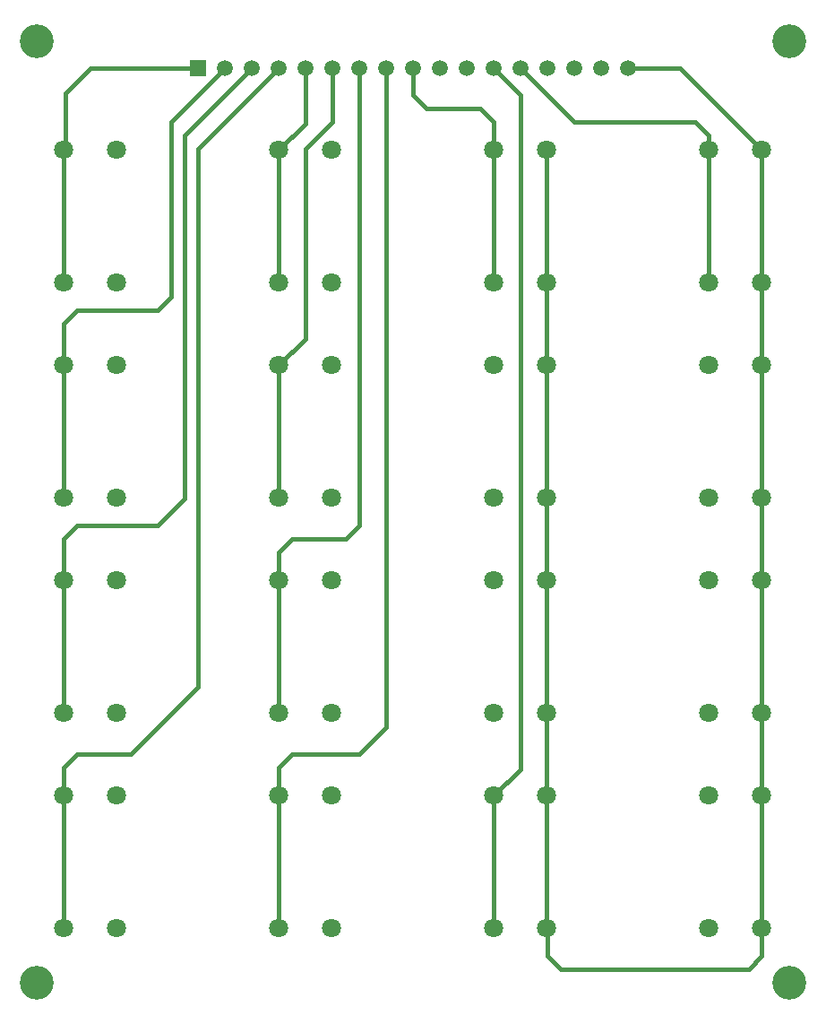
<source format=gbr>
%TF.GenerationSoftware,Altium Limited,Altium Designer,20.1.8 (145)*%
G04 Layer_Physical_Order=1*
G04 Layer_Color=255*
%FSLAX43Y43*%
%MOMM*%
%TF.SameCoordinates,AF84363C-28A1-45D9-8252-6D2C0F04BFE8*%
%TF.FilePolarity,Positive*%
%TF.FileFunction,Copper,L1,Top,Signal*%
%TF.Part,Single*%
G01*
G75*
%TA.AperFunction,Conductor*%
%ADD10C,0.457*%
%TA.AperFunction,ComponentPad*%
%ADD11C,1.500*%
%ADD12R,1.500X1.500*%
%ADD13C,1.800*%
%ADD14C,3.200*%
D10*
X31710Y8990D02*
X31750Y8950D01*
X52030Y69950D02*
Y82450D01*
Y62130D02*
Y69950D01*
Y49630D02*
Y62130D01*
Y41810D02*
Y49630D01*
Y29310D02*
Y41810D01*
Y21490D02*
Y29310D01*
Y8990D02*
Y21490D01*
Y8990D02*
X52070Y8950D01*
Y6350D02*
Y8950D01*
Y6350D02*
X53340Y5080D01*
X71120D01*
X72350Y6310D02*
Y8990D01*
X71120Y5080D02*
X72350Y6310D01*
X67350Y69950D02*
Y82450D01*
X47030Y8990D02*
Y21490D01*
Y69950D02*
Y82450D01*
X72350Y8990D02*
Y21490D01*
Y29310D01*
Y41810D01*
Y49630D01*
Y62130D01*
Y69950D01*
Y82450D01*
X59670Y90170D02*
X64630D01*
X72350Y82450D01*
X67310Y82490D02*
X67350Y82450D01*
X67310Y82490D02*
Y83820D01*
X66040Y85090D02*
X67310Y83820D01*
X49510Y90170D02*
X54590Y85090D01*
X66040D01*
X47030Y21490D02*
X49530Y23990D01*
X46970Y90170D02*
X49530Y87610D01*
Y23990D02*
Y87610D01*
X46990Y82490D02*
X47030Y82450D01*
X46990Y82490D02*
Y85090D01*
X40640Y86360D02*
X45720D01*
X46990Y85090D01*
X39370Y87630D02*
X40640Y86360D01*
X39370Y87630D02*
Y90150D01*
X39350Y90170D02*
X39370Y90150D01*
X26710Y8990D02*
Y21490D01*
Y29310D02*
Y41810D01*
Y49630D02*
Y62130D01*
Y69950D02*
Y82450D01*
X6390Y8990D02*
Y21490D01*
Y29310D02*
Y41810D01*
X6350Y62424D02*
X6517Y62257D01*
X6390Y49630D02*
Y62130D01*
Y69950D02*
Y82450D01*
X39350Y90150D02*
Y90170D01*
X26670Y21530D02*
X26710Y21490D01*
X26670Y21530D02*
Y24130D01*
X27940Y25400D01*
X34290D01*
X36810Y27920D02*
Y90170D01*
X34290Y25400D02*
X36810Y27920D01*
X26670Y41850D02*
X26710Y41810D01*
X26670Y41850D02*
Y44450D01*
X27940Y45720D01*
X33020D01*
X34290Y46990D01*
Y90150D01*
X34270Y90170D02*
X34290Y90150D01*
X26710Y62130D02*
X29210Y64630D01*
Y82550D01*
X31730Y85070D02*
Y90170D01*
X29210Y82550D02*
X31730Y85070D01*
X29190Y84930D02*
Y90170D01*
X26710Y82450D02*
X29190Y84930D01*
X6350Y21530D02*
X6390Y21490D01*
X6350Y21530D02*
Y24130D01*
X7620Y25400D01*
X12700D01*
X19050Y31750D01*
Y82570D02*
X26650Y90170D01*
X19050Y31750D02*
Y82570D01*
X6350Y41850D02*
Y45720D01*
Y41850D02*
X6390Y41810D01*
X6350Y45720D02*
X7620Y46990D01*
X15240D01*
X17780Y49530D01*
Y83820D02*
X24130Y90170D01*
X17780Y49530D02*
Y83820D01*
X6350Y62424D02*
Y66040D01*
X7620Y67310D01*
X15240D01*
X16510Y68580D02*
Y85090D01*
X15240Y67310D02*
X16510Y68580D01*
Y85090D02*
X21590Y90170D01*
X6517Y87797D02*
X8890Y90170D01*
X6517Y82577D02*
Y87797D01*
X8890Y90170D02*
X19050D01*
D11*
X59670D02*
D03*
X54590D02*
D03*
X57130D02*
D03*
X46970D02*
D03*
X49510D02*
D03*
X52050D02*
D03*
X39350D02*
D03*
X41890D02*
D03*
X44430D02*
D03*
X31730D02*
D03*
X34270D02*
D03*
X36810D02*
D03*
X24110D02*
D03*
X21570D02*
D03*
X26650D02*
D03*
X29190D02*
D03*
D12*
X19030D02*
D03*
D13*
X31710Y82450D02*
D03*
Y69950D02*
D03*
X26710Y82450D02*
D03*
Y69950D02*
D03*
X67350Y8990D02*
D03*
Y21490D02*
D03*
X72350Y8990D02*
D03*
Y21490D02*
D03*
X67350Y29310D02*
D03*
Y41810D02*
D03*
X72350Y29310D02*
D03*
Y41810D02*
D03*
X67350Y49630D02*
D03*
Y62130D02*
D03*
X72350Y49630D02*
D03*
Y62130D02*
D03*
X67350Y69950D02*
D03*
Y82450D02*
D03*
X72350Y69950D02*
D03*
Y82450D02*
D03*
X47030Y8990D02*
D03*
Y21490D02*
D03*
X52030Y8990D02*
D03*
Y21490D02*
D03*
X47030Y29310D02*
D03*
Y41810D02*
D03*
X52030Y29310D02*
D03*
Y41810D02*
D03*
X47030Y49630D02*
D03*
Y62130D02*
D03*
X52030Y49630D02*
D03*
Y62130D02*
D03*
X47030Y69950D02*
D03*
Y82450D02*
D03*
X52030Y69950D02*
D03*
Y82450D02*
D03*
X26710Y8990D02*
D03*
Y21490D02*
D03*
X31710Y8990D02*
D03*
Y21490D02*
D03*
X26710Y29310D02*
D03*
Y41810D02*
D03*
X31710Y29310D02*
D03*
Y41810D02*
D03*
X26710Y49630D02*
D03*
Y62130D02*
D03*
X31710Y49630D02*
D03*
Y62130D02*
D03*
X6390Y8990D02*
D03*
Y21490D02*
D03*
X11390Y8990D02*
D03*
Y21490D02*
D03*
X6390Y29310D02*
D03*
Y41810D02*
D03*
X11390Y29310D02*
D03*
Y41810D02*
D03*
X6390Y49630D02*
D03*
Y62130D02*
D03*
X11390Y49630D02*
D03*
Y62130D02*
D03*
X6390Y69950D02*
D03*
Y82450D02*
D03*
X11390Y69950D02*
D03*
Y82450D02*
D03*
D14*
X3810Y3810D02*
D03*
X74930D02*
D03*
Y92710D02*
D03*
X3810D02*
D03*
%TF.MD5,4ff8c65cb9b8ff6e945536594f57a5de*%
M02*

</source>
